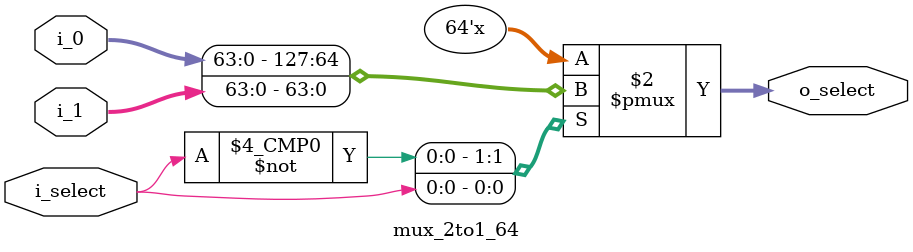
<source format=sv>

module mux_2to1_64 (
    input wire i_select,
    input wire [63:0] i_0,
    input wire [63:0] i_1,
    output logic [63:0] o_select
);

enum {A, B} states;

always_comb begin
    case (i_select)
        A: o_select = i_0;
        B: o_select = i_1;
        default: o_select = 64'd0;
    endcase
end

endmodule: mux_2to1_64
</source>
